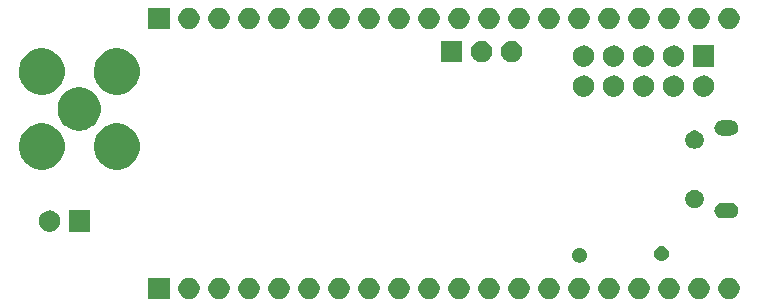
<source format=gbs>
G04 #@! TF.GenerationSoftware,KiCad,Pcbnew,(5.1.5-0)*
G04 #@! TF.CreationDate,2020-02-13T07:59:00-05:00*
G04 #@! TF.ProjectId,bfunc,6266756e-632e-46b6-9963-61645f706362,rev?*
G04 #@! TF.SameCoordinates,Original*
G04 #@! TF.FileFunction,Soldermask,Bot*
G04 #@! TF.FilePolarity,Negative*
%FSLAX46Y46*%
G04 Gerber Fmt 4.6, Leading zero omitted, Abs format (unit mm)*
G04 Created by KiCad (PCBNEW (5.1.5-0)) date 2020-02-13 07:59:00*
%MOMM*%
%LPD*%
G04 APERTURE LIST*
%ADD10C,0.100000*%
G04 APERTURE END LIST*
D10*
G36*
X205853512Y-82923927D02*
G01*
X206002812Y-82953624D01*
X206166784Y-83021544D01*
X206314354Y-83120147D01*
X206439853Y-83245646D01*
X206538456Y-83393216D01*
X206606376Y-83557188D01*
X206641000Y-83731259D01*
X206641000Y-83908741D01*
X206606376Y-84082812D01*
X206538456Y-84246784D01*
X206439853Y-84394354D01*
X206314354Y-84519853D01*
X206166784Y-84618456D01*
X206002812Y-84686376D01*
X205853512Y-84716073D01*
X205828742Y-84721000D01*
X205651258Y-84721000D01*
X205626488Y-84716073D01*
X205477188Y-84686376D01*
X205313216Y-84618456D01*
X205165646Y-84519853D01*
X205040147Y-84394354D01*
X204941544Y-84246784D01*
X204873624Y-84082812D01*
X204839000Y-83908741D01*
X204839000Y-83731259D01*
X204873624Y-83557188D01*
X204941544Y-83393216D01*
X205040147Y-83245646D01*
X205165646Y-83120147D01*
X205313216Y-83021544D01*
X205477188Y-82953624D01*
X205626488Y-82923927D01*
X205651258Y-82919000D01*
X205828742Y-82919000D01*
X205853512Y-82923927D01*
G37*
G36*
X203313512Y-82923927D02*
G01*
X203462812Y-82953624D01*
X203626784Y-83021544D01*
X203774354Y-83120147D01*
X203899853Y-83245646D01*
X203998456Y-83393216D01*
X204066376Y-83557188D01*
X204101000Y-83731259D01*
X204101000Y-83908741D01*
X204066376Y-84082812D01*
X203998456Y-84246784D01*
X203899853Y-84394354D01*
X203774354Y-84519853D01*
X203626784Y-84618456D01*
X203462812Y-84686376D01*
X203313512Y-84716073D01*
X203288742Y-84721000D01*
X203111258Y-84721000D01*
X203086488Y-84716073D01*
X202937188Y-84686376D01*
X202773216Y-84618456D01*
X202625646Y-84519853D01*
X202500147Y-84394354D01*
X202401544Y-84246784D01*
X202333624Y-84082812D01*
X202299000Y-83908741D01*
X202299000Y-83731259D01*
X202333624Y-83557188D01*
X202401544Y-83393216D01*
X202500147Y-83245646D01*
X202625646Y-83120147D01*
X202773216Y-83021544D01*
X202937188Y-82953624D01*
X203086488Y-82923927D01*
X203111258Y-82919000D01*
X203288742Y-82919000D01*
X203313512Y-82923927D01*
G37*
G36*
X200773512Y-82923927D02*
G01*
X200922812Y-82953624D01*
X201086784Y-83021544D01*
X201234354Y-83120147D01*
X201359853Y-83245646D01*
X201458456Y-83393216D01*
X201526376Y-83557188D01*
X201561000Y-83731259D01*
X201561000Y-83908741D01*
X201526376Y-84082812D01*
X201458456Y-84246784D01*
X201359853Y-84394354D01*
X201234354Y-84519853D01*
X201086784Y-84618456D01*
X200922812Y-84686376D01*
X200773512Y-84716073D01*
X200748742Y-84721000D01*
X200571258Y-84721000D01*
X200546488Y-84716073D01*
X200397188Y-84686376D01*
X200233216Y-84618456D01*
X200085646Y-84519853D01*
X199960147Y-84394354D01*
X199861544Y-84246784D01*
X199793624Y-84082812D01*
X199759000Y-83908741D01*
X199759000Y-83731259D01*
X199793624Y-83557188D01*
X199861544Y-83393216D01*
X199960147Y-83245646D01*
X200085646Y-83120147D01*
X200233216Y-83021544D01*
X200397188Y-82953624D01*
X200546488Y-82923927D01*
X200571258Y-82919000D01*
X200748742Y-82919000D01*
X200773512Y-82923927D01*
G37*
G36*
X198233512Y-82923927D02*
G01*
X198382812Y-82953624D01*
X198546784Y-83021544D01*
X198694354Y-83120147D01*
X198819853Y-83245646D01*
X198918456Y-83393216D01*
X198986376Y-83557188D01*
X199021000Y-83731259D01*
X199021000Y-83908741D01*
X198986376Y-84082812D01*
X198918456Y-84246784D01*
X198819853Y-84394354D01*
X198694354Y-84519853D01*
X198546784Y-84618456D01*
X198382812Y-84686376D01*
X198233512Y-84716073D01*
X198208742Y-84721000D01*
X198031258Y-84721000D01*
X198006488Y-84716073D01*
X197857188Y-84686376D01*
X197693216Y-84618456D01*
X197545646Y-84519853D01*
X197420147Y-84394354D01*
X197321544Y-84246784D01*
X197253624Y-84082812D01*
X197219000Y-83908741D01*
X197219000Y-83731259D01*
X197253624Y-83557188D01*
X197321544Y-83393216D01*
X197420147Y-83245646D01*
X197545646Y-83120147D01*
X197693216Y-83021544D01*
X197857188Y-82953624D01*
X198006488Y-82923927D01*
X198031258Y-82919000D01*
X198208742Y-82919000D01*
X198233512Y-82923927D01*
G37*
G36*
X195693512Y-82923927D02*
G01*
X195842812Y-82953624D01*
X196006784Y-83021544D01*
X196154354Y-83120147D01*
X196279853Y-83245646D01*
X196378456Y-83393216D01*
X196446376Y-83557188D01*
X196481000Y-83731259D01*
X196481000Y-83908741D01*
X196446376Y-84082812D01*
X196378456Y-84246784D01*
X196279853Y-84394354D01*
X196154354Y-84519853D01*
X196006784Y-84618456D01*
X195842812Y-84686376D01*
X195693512Y-84716073D01*
X195668742Y-84721000D01*
X195491258Y-84721000D01*
X195466488Y-84716073D01*
X195317188Y-84686376D01*
X195153216Y-84618456D01*
X195005646Y-84519853D01*
X194880147Y-84394354D01*
X194781544Y-84246784D01*
X194713624Y-84082812D01*
X194679000Y-83908741D01*
X194679000Y-83731259D01*
X194713624Y-83557188D01*
X194781544Y-83393216D01*
X194880147Y-83245646D01*
X195005646Y-83120147D01*
X195153216Y-83021544D01*
X195317188Y-82953624D01*
X195466488Y-82923927D01*
X195491258Y-82919000D01*
X195668742Y-82919000D01*
X195693512Y-82923927D01*
G37*
G36*
X193153512Y-82923927D02*
G01*
X193302812Y-82953624D01*
X193466784Y-83021544D01*
X193614354Y-83120147D01*
X193739853Y-83245646D01*
X193838456Y-83393216D01*
X193906376Y-83557188D01*
X193941000Y-83731259D01*
X193941000Y-83908741D01*
X193906376Y-84082812D01*
X193838456Y-84246784D01*
X193739853Y-84394354D01*
X193614354Y-84519853D01*
X193466784Y-84618456D01*
X193302812Y-84686376D01*
X193153512Y-84716073D01*
X193128742Y-84721000D01*
X192951258Y-84721000D01*
X192926488Y-84716073D01*
X192777188Y-84686376D01*
X192613216Y-84618456D01*
X192465646Y-84519853D01*
X192340147Y-84394354D01*
X192241544Y-84246784D01*
X192173624Y-84082812D01*
X192139000Y-83908741D01*
X192139000Y-83731259D01*
X192173624Y-83557188D01*
X192241544Y-83393216D01*
X192340147Y-83245646D01*
X192465646Y-83120147D01*
X192613216Y-83021544D01*
X192777188Y-82953624D01*
X192926488Y-82923927D01*
X192951258Y-82919000D01*
X193128742Y-82919000D01*
X193153512Y-82923927D01*
G37*
G36*
X190613512Y-82923927D02*
G01*
X190762812Y-82953624D01*
X190926784Y-83021544D01*
X191074354Y-83120147D01*
X191199853Y-83245646D01*
X191298456Y-83393216D01*
X191366376Y-83557188D01*
X191401000Y-83731259D01*
X191401000Y-83908741D01*
X191366376Y-84082812D01*
X191298456Y-84246784D01*
X191199853Y-84394354D01*
X191074354Y-84519853D01*
X190926784Y-84618456D01*
X190762812Y-84686376D01*
X190613512Y-84716073D01*
X190588742Y-84721000D01*
X190411258Y-84721000D01*
X190386488Y-84716073D01*
X190237188Y-84686376D01*
X190073216Y-84618456D01*
X189925646Y-84519853D01*
X189800147Y-84394354D01*
X189701544Y-84246784D01*
X189633624Y-84082812D01*
X189599000Y-83908741D01*
X189599000Y-83731259D01*
X189633624Y-83557188D01*
X189701544Y-83393216D01*
X189800147Y-83245646D01*
X189925646Y-83120147D01*
X190073216Y-83021544D01*
X190237188Y-82953624D01*
X190386488Y-82923927D01*
X190411258Y-82919000D01*
X190588742Y-82919000D01*
X190613512Y-82923927D01*
G37*
G36*
X188073512Y-82923927D02*
G01*
X188222812Y-82953624D01*
X188386784Y-83021544D01*
X188534354Y-83120147D01*
X188659853Y-83245646D01*
X188758456Y-83393216D01*
X188826376Y-83557188D01*
X188861000Y-83731259D01*
X188861000Y-83908741D01*
X188826376Y-84082812D01*
X188758456Y-84246784D01*
X188659853Y-84394354D01*
X188534354Y-84519853D01*
X188386784Y-84618456D01*
X188222812Y-84686376D01*
X188073512Y-84716073D01*
X188048742Y-84721000D01*
X187871258Y-84721000D01*
X187846488Y-84716073D01*
X187697188Y-84686376D01*
X187533216Y-84618456D01*
X187385646Y-84519853D01*
X187260147Y-84394354D01*
X187161544Y-84246784D01*
X187093624Y-84082812D01*
X187059000Y-83908741D01*
X187059000Y-83731259D01*
X187093624Y-83557188D01*
X187161544Y-83393216D01*
X187260147Y-83245646D01*
X187385646Y-83120147D01*
X187533216Y-83021544D01*
X187697188Y-82953624D01*
X187846488Y-82923927D01*
X187871258Y-82919000D01*
X188048742Y-82919000D01*
X188073512Y-82923927D01*
G37*
G36*
X185533512Y-82923927D02*
G01*
X185682812Y-82953624D01*
X185846784Y-83021544D01*
X185994354Y-83120147D01*
X186119853Y-83245646D01*
X186218456Y-83393216D01*
X186286376Y-83557188D01*
X186321000Y-83731259D01*
X186321000Y-83908741D01*
X186286376Y-84082812D01*
X186218456Y-84246784D01*
X186119853Y-84394354D01*
X185994354Y-84519853D01*
X185846784Y-84618456D01*
X185682812Y-84686376D01*
X185533512Y-84716073D01*
X185508742Y-84721000D01*
X185331258Y-84721000D01*
X185306488Y-84716073D01*
X185157188Y-84686376D01*
X184993216Y-84618456D01*
X184845646Y-84519853D01*
X184720147Y-84394354D01*
X184621544Y-84246784D01*
X184553624Y-84082812D01*
X184519000Y-83908741D01*
X184519000Y-83731259D01*
X184553624Y-83557188D01*
X184621544Y-83393216D01*
X184720147Y-83245646D01*
X184845646Y-83120147D01*
X184993216Y-83021544D01*
X185157188Y-82953624D01*
X185306488Y-82923927D01*
X185331258Y-82919000D01*
X185508742Y-82919000D01*
X185533512Y-82923927D01*
G37*
G36*
X182993512Y-82923927D02*
G01*
X183142812Y-82953624D01*
X183306784Y-83021544D01*
X183454354Y-83120147D01*
X183579853Y-83245646D01*
X183678456Y-83393216D01*
X183746376Y-83557188D01*
X183781000Y-83731259D01*
X183781000Y-83908741D01*
X183746376Y-84082812D01*
X183678456Y-84246784D01*
X183579853Y-84394354D01*
X183454354Y-84519853D01*
X183306784Y-84618456D01*
X183142812Y-84686376D01*
X182993512Y-84716073D01*
X182968742Y-84721000D01*
X182791258Y-84721000D01*
X182766488Y-84716073D01*
X182617188Y-84686376D01*
X182453216Y-84618456D01*
X182305646Y-84519853D01*
X182180147Y-84394354D01*
X182081544Y-84246784D01*
X182013624Y-84082812D01*
X181979000Y-83908741D01*
X181979000Y-83731259D01*
X182013624Y-83557188D01*
X182081544Y-83393216D01*
X182180147Y-83245646D01*
X182305646Y-83120147D01*
X182453216Y-83021544D01*
X182617188Y-82953624D01*
X182766488Y-82923927D01*
X182791258Y-82919000D01*
X182968742Y-82919000D01*
X182993512Y-82923927D01*
G37*
G36*
X180453512Y-82923927D02*
G01*
X180602812Y-82953624D01*
X180766784Y-83021544D01*
X180914354Y-83120147D01*
X181039853Y-83245646D01*
X181138456Y-83393216D01*
X181206376Y-83557188D01*
X181241000Y-83731259D01*
X181241000Y-83908741D01*
X181206376Y-84082812D01*
X181138456Y-84246784D01*
X181039853Y-84394354D01*
X180914354Y-84519853D01*
X180766784Y-84618456D01*
X180602812Y-84686376D01*
X180453512Y-84716073D01*
X180428742Y-84721000D01*
X180251258Y-84721000D01*
X180226488Y-84716073D01*
X180077188Y-84686376D01*
X179913216Y-84618456D01*
X179765646Y-84519853D01*
X179640147Y-84394354D01*
X179541544Y-84246784D01*
X179473624Y-84082812D01*
X179439000Y-83908741D01*
X179439000Y-83731259D01*
X179473624Y-83557188D01*
X179541544Y-83393216D01*
X179640147Y-83245646D01*
X179765646Y-83120147D01*
X179913216Y-83021544D01*
X180077188Y-82953624D01*
X180226488Y-82923927D01*
X180251258Y-82919000D01*
X180428742Y-82919000D01*
X180453512Y-82923927D01*
G37*
G36*
X177913512Y-82923927D02*
G01*
X178062812Y-82953624D01*
X178226784Y-83021544D01*
X178374354Y-83120147D01*
X178499853Y-83245646D01*
X178598456Y-83393216D01*
X178666376Y-83557188D01*
X178701000Y-83731259D01*
X178701000Y-83908741D01*
X178666376Y-84082812D01*
X178598456Y-84246784D01*
X178499853Y-84394354D01*
X178374354Y-84519853D01*
X178226784Y-84618456D01*
X178062812Y-84686376D01*
X177913512Y-84716073D01*
X177888742Y-84721000D01*
X177711258Y-84721000D01*
X177686488Y-84716073D01*
X177537188Y-84686376D01*
X177373216Y-84618456D01*
X177225646Y-84519853D01*
X177100147Y-84394354D01*
X177001544Y-84246784D01*
X176933624Y-84082812D01*
X176899000Y-83908741D01*
X176899000Y-83731259D01*
X176933624Y-83557188D01*
X177001544Y-83393216D01*
X177100147Y-83245646D01*
X177225646Y-83120147D01*
X177373216Y-83021544D01*
X177537188Y-82953624D01*
X177686488Y-82923927D01*
X177711258Y-82919000D01*
X177888742Y-82919000D01*
X177913512Y-82923927D01*
G37*
G36*
X175373512Y-82923927D02*
G01*
X175522812Y-82953624D01*
X175686784Y-83021544D01*
X175834354Y-83120147D01*
X175959853Y-83245646D01*
X176058456Y-83393216D01*
X176126376Y-83557188D01*
X176161000Y-83731259D01*
X176161000Y-83908741D01*
X176126376Y-84082812D01*
X176058456Y-84246784D01*
X175959853Y-84394354D01*
X175834354Y-84519853D01*
X175686784Y-84618456D01*
X175522812Y-84686376D01*
X175373512Y-84716073D01*
X175348742Y-84721000D01*
X175171258Y-84721000D01*
X175146488Y-84716073D01*
X174997188Y-84686376D01*
X174833216Y-84618456D01*
X174685646Y-84519853D01*
X174560147Y-84394354D01*
X174461544Y-84246784D01*
X174393624Y-84082812D01*
X174359000Y-83908741D01*
X174359000Y-83731259D01*
X174393624Y-83557188D01*
X174461544Y-83393216D01*
X174560147Y-83245646D01*
X174685646Y-83120147D01*
X174833216Y-83021544D01*
X174997188Y-82953624D01*
X175146488Y-82923927D01*
X175171258Y-82919000D01*
X175348742Y-82919000D01*
X175373512Y-82923927D01*
G37*
G36*
X172833512Y-82923927D02*
G01*
X172982812Y-82953624D01*
X173146784Y-83021544D01*
X173294354Y-83120147D01*
X173419853Y-83245646D01*
X173518456Y-83393216D01*
X173586376Y-83557188D01*
X173621000Y-83731259D01*
X173621000Y-83908741D01*
X173586376Y-84082812D01*
X173518456Y-84246784D01*
X173419853Y-84394354D01*
X173294354Y-84519853D01*
X173146784Y-84618456D01*
X172982812Y-84686376D01*
X172833512Y-84716073D01*
X172808742Y-84721000D01*
X172631258Y-84721000D01*
X172606488Y-84716073D01*
X172457188Y-84686376D01*
X172293216Y-84618456D01*
X172145646Y-84519853D01*
X172020147Y-84394354D01*
X171921544Y-84246784D01*
X171853624Y-84082812D01*
X171819000Y-83908741D01*
X171819000Y-83731259D01*
X171853624Y-83557188D01*
X171921544Y-83393216D01*
X172020147Y-83245646D01*
X172145646Y-83120147D01*
X172293216Y-83021544D01*
X172457188Y-82953624D01*
X172606488Y-82923927D01*
X172631258Y-82919000D01*
X172808742Y-82919000D01*
X172833512Y-82923927D01*
G37*
G36*
X170293512Y-82923927D02*
G01*
X170442812Y-82953624D01*
X170606784Y-83021544D01*
X170754354Y-83120147D01*
X170879853Y-83245646D01*
X170978456Y-83393216D01*
X171046376Y-83557188D01*
X171081000Y-83731259D01*
X171081000Y-83908741D01*
X171046376Y-84082812D01*
X170978456Y-84246784D01*
X170879853Y-84394354D01*
X170754354Y-84519853D01*
X170606784Y-84618456D01*
X170442812Y-84686376D01*
X170293512Y-84716073D01*
X170268742Y-84721000D01*
X170091258Y-84721000D01*
X170066488Y-84716073D01*
X169917188Y-84686376D01*
X169753216Y-84618456D01*
X169605646Y-84519853D01*
X169480147Y-84394354D01*
X169381544Y-84246784D01*
X169313624Y-84082812D01*
X169279000Y-83908741D01*
X169279000Y-83731259D01*
X169313624Y-83557188D01*
X169381544Y-83393216D01*
X169480147Y-83245646D01*
X169605646Y-83120147D01*
X169753216Y-83021544D01*
X169917188Y-82953624D01*
X170066488Y-82923927D01*
X170091258Y-82919000D01*
X170268742Y-82919000D01*
X170293512Y-82923927D01*
G37*
G36*
X167753512Y-82923927D02*
G01*
X167902812Y-82953624D01*
X168066784Y-83021544D01*
X168214354Y-83120147D01*
X168339853Y-83245646D01*
X168438456Y-83393216D01*
X168506376Y-83557188D01*
X168541000Y-83731259D01*
X168541000Y-83908741D01*
X168506376Y-84082812D01*
X168438456Y-84246784D01*
X168339853Y-84394354D01*
X168214354Y-84519853D01*
X168066784Y-84618456D01*
X167902812Y-84686376D01*
X167753512Y-84716073D01*
X167728742Y-84721000D01*
X167551258Y-84721000D01*
X167526488Y-84716073D01*
X167377188Y-84686376D01*
X167213216Y-84618456D01*
X167065646Y-84519853D01*
X166940147Y-84394354D01*
X166841544Y-84246784D01*
X166773624Y-84082812D01*
X166739000Y-83908741D01*
X166739000Y-83731259D01*
X166773624Y-83557188D01*
X166841544Y-83393216D01*
X166940147Y-83245646D01*
X167065646Y-83120147D01*
X167213216Y-83021544D01*
X167377188Y-82953624D01*
X167526488Y-82923927D01*
X167551258Y-82919000D01*
X167728742Y-82919000D01*
X167753512Y-82923927D01*
G37*
G36*
X165213512Y-82923927D02*
G01*
X165362812Y-82953624D01*
X165526784Y-83021544D01*
X165674354Y-83120147D01*
X165799853Y-83245646D01*
X165898456Y-83393216D01*
X165966376Y-83557188D01*
X166001000Y-83731259D01*
X166001000Y-83908741D01*
X165966376Y-84082812D01*
X165898456Y-84246784D01*
X165799853Y-84394354D01*
X165674354Y-84519853D01*
X165526784Y-84618456D01*
X165362812Y-84686376D01*
X165213512Y-84716073D01*
X165188742Y-84721000D01*
X165011258Y-84721000D01*
X164986488Y-84716073D01*
X164837188Y-84686376D01*
X164673216Y-84618456D01*
X164525646Y-84519853D01*
X164400147Y-84394354D01*
X164301544Y-84246784D01*
X164233624Y-84082812D01*
X164199000Y-83908741D01*
X164199000Y-83731259D01*
X164233624Y-83557188D01*
X164301544Y-83393216D01*
X164400147Y-83245646D01*
X164525646Y-83120147D01*
X164673216Y-83021544D01*
X164837188Y-82953624D01*
X164986488Y-82923927D01*
X165011258Y-82919000D01*
X165188742Y-82919000D01*
X165213512Y-82923927D01*
G37*
G36*
X162673512Y-82923927D02*
G01*
X162822812Y-82953624D01*
X162986784Y-83021544D01*
X163134354Y-83120147D01*
X163259853Y-83245646D01*
X163358456Y-83393216D01*
X163426376Y-83557188D01*
X163461000Y-83731259D01*
X163461000Y-83908741D01*
X163426376Y-84082812D01*
X163358456Y-84246784D01*
X163259853Y-84394354D01*
X163134354Y-84519853D01*
X162986784Y-84618456D01*
X162822812Y-84686376D01*
X162673512Y-84716073D01*
X162648742Y-84721000D01*
X162471258Y-84721000D01*
X162446488Y-84716073D01*
X162297188Y-84686376D01*
X162133216Y-84618456D01*
X161985646Y-84519853D01*
X161860147Y-84394354D01*
X161761544Y-84246784D01*
X161693624Y-84082812D01*
X161659000Y-83908741D01*
X161659000Y-83731259D01*
X161693624Y-83557188D01*
X161761544Y-83393216D01*
X161860147Y-83245646D01*
X161985646Y-83120147D01*
X162133216Y-83021544D01*
X162297188Y-82953624D01*
X162446488Y-82923927D01*
X162471258Y-82919000D01*
X162648742Y-82919000D01*
X162673512Y-82923927D01*
G37*
G36*
X160133512Y-82923927D02*
G01*
X160282812Y-82953624D01*
X160446784Y-83021544D01*
X160594354Y-83120147D01*
X160719853Y-83245646D01*
X160818456Y-83393216D01*
X160886376Y-83557188D01*
X160921000Y-83731259D01*
X160921000Y-83908741D01*
X160886376Y-84082812D01*
X160818456Y-84246784D01*
X160719853Y-84394354D01*
X160594354Y-84519853D01*
X160446784Y-84618456D01*
X160282812Y-84686376D01*
X160133512Y-84716073D01*
X160108742Y-84721000D01*
X159931258Y-84721000D01*
X159906488Y-84716073D01*
X159757188Y-84686376D01*
X159593216Y-84618456D01*
X159445646Y-84519853D01*
X159320147Y-84394354D01*
X159221544Y-84246784D01*
X159153624Y-84082812D01*
X159119000Y-83908741D01*
X159119000Y-83731259D01*
X159153624Y-83557188D01*
X159221544Y-83393216D01*
X159320147Y-83245646D01*
X159445646Y-83120147D01*
X159593216Y-83021544D01*
X159757188Y-82953624D01*
X159906488Y-82923927D01*
X159931258Y-82919000D01*
X160108742Y-82919000D01*
X160133512Y-82923927D01*
G37*
G36*
X158381000Y-84721000D02*
G01*
X156579000Y-84721000D01*
X156579000Y-82919000D01*
X158381000Y-82919000D01*
X158381000Y-84721000D01*
G37*
G36*
X193202084Y-80392601D02*
G01*
X193262217Y-80404562D01*
X193299979Y-80420204D01*
X193375506Y-80451488D01*
X193477458Y-80519610D01*
X193564170Y-80606322D01*
X193632292Y-80708274D01*
X193679218Y-80821564D01*
X193703140Y-80941828D01*
X193703140Y-81064452D01*
X193679218Y-81184716D01*
X193632292Y-81298006D01*
X193564170Y-81399958D01*
X193477458Y-81486670D01*
X193375506Y-81554792D01*
X193299979Y-81586076D01*
X193262217Y-81601718D01*
X193202084Y-81613679D01*
X193141952Y-81625640D01*
X193019328Y-81625640D01*
X192959196Y-81613679D01*
X192899063Y-81601718D01*
X192861301Y-81586076D01*
X192785774Y-81554792D01*
X192683822Y-81486670D01*
X192597110Y-81399958D01*
X192528988Y-81298006D01*
X192482062Y-81184716D01*
X192458140Y-81064452D01*
X192458140Y-80941828D01*
X192482062Y-80821564D01*
X192528988Y-80708274D01*
X192597110Y-80606322D01*
X192683822Y-80519610D01*
X192785774Y-80451488D01*
X192861301Y-80420204D01*
X192899063Y-80404562D01*
X192959196Y-80392601D01*
X193019328Y-80380640D01*
X193141952Y-80380640D01*
X193202084Y-80392601D01*
G37*
G36*
X200146444Y-80250361D02*
G01*
X200206577Y-80262322D01*
X200244339Y-80277964D01*
X200319866Y-80309248D01*
X200421818Y-80377370D01*
X200508530Y-80464082D01*
X200576652Y-80566034D01*
X200623578Y-80679324D01*
X200647500Y-80799588D01*
X200647500Y-80922212D01*
X200623578Y-81042476D01*
X200576652Y-81155766D01*
X200508530Y-81257718D01*
X200421818Y-81344430D01*
X200319866Y-81412552D01*
X200244339Y-81443836D01*
X200206577Y-81459478D01*
X200146444Y-81471439D01*
X200086312Y-81483400D01*
X199963688Y-81483400D01*
X199903556Y-81471439D01*
X199843423Y-81459478D01*
X199805661Y-81443836D01*
X199730134Y-81412552D01*
X199628182Y-81344430D01*
X199541470Y-81257718D01*
X199473348Y-81155766D01*
X199426422Y-81042476D01*
X199402500Y-80922212D01*
X199402500Y-80799588D01*
X199426422Y-80679324D01*
X199473348Y-80566034D01*
X199541470Y-80464082D01*
X199628182Y-80377370D01*
X199730134Y-80309248D01*
X199805661Y-80277964D01*
X199843423Y-80262322D01*
X199903556Y-80250361D01*
X199963688Y-80238400D01*
X200086312Y-80238400D01*
X200146444Y-80250361D01*
G37*
G36*
X151650000Y-79018700D02*
G01*
X149848000Y-79018700D01*
X149848000Y-77216700D01*
X151650000Y-77216700D01*
X151650000Y-79018700D01*
G37*
G36*
X148322512Y-77221627D02*
G01*
X148471812Y-77251324D01*
X148635784Y-77319244D01*
X148783354Y-77417847D01*
X148908853Y-77543346D01*
X149007456Y-77690916D01*
X149075376Y-77854888D01*
X149110000Y-78028959D01*
X149110000Y-78206441D01*
X149075376Y-78380512D01*
X149007456Y-78544484D01*
X148908853Y-78692054D01*
X148783354Y-78817553D01*
X148635784Y-78916156D01*
X148471812Y-78984076D01*
X148322512Y-79013773D01*
X148297742Y-79018700D01*
X148120258Y-79018700D01*
X148095488Y-79013773D01*
X147946188Y-78984076D01*
X147782216Y-78916156D01*
X147634646Y-78817553D01*
X147509147Y-78692054D01*
X147410544Y-78544484D01*
X147342624Y-78380512D01*
X147308000Y-78206441D01*
X147308000Y-78028959D01*
X147342624Y-77854888D01*
X147410544Y-77690916D01*
X147509147Y-77543346D01*
X147634646Y-77417847D01*
X147782216Y-77319244D01*
X147946188Y-77251324D01*
X148095488Y-77221627D01*
X148120258Y-77216700D01*
X148297742Y-77216700D01*
X148322512Y-77221627D01*
G37*
G36*
X205925255Y-76573780D02*
G01*
X205989018Y-76580060D01*
X206079804Y-76607600D01*
X206111736Y-76617286D01*
X206224825Y-76677734D01*
X206323954Y-76759086D01*
X206405306Y-76858215D01*
X206465754Y-76971304D01*
X206465755Y-76971308D01*
X206502980Y-77094022D01*
X206515549Y-77221640D01*
X206502980Y-77349258D01*
X206482174Y-77417847D01*
X206465754Y-77471976D01*
X206405306Y-77585065D01*
X206323954Y-77684194D01*
X206224825Y-77765546D01*
X206111736Y-77825994D01*
X206079804Y-77835680D01*
X205989018Y-77863220D01*
X205925255Y-77869500D01*
X205893374Y-77872640D01*
X205129426Y-77872640D01*
X205097545Y-77869500D01*
X205033782Y-77863220D01*
X204942996Y-77835680D01*
X204911064Y-77825994D01*
X204797975Y-77765546D01*
X204698846Y-77684194D01*
X204617494Y-77585065D01*
X204557046Y-77471976D01*
X204540626Y-77417847D01*
X204519820Y-77349258D01*
X204507251Y-77221640D01*
X204519820Y-77094022D01*
X204557045Y-76971308D01*
X204557046Y-76971304D01*
X204617494Y-76858215D01*
X204698846Y-76759086D01*
X204797975Y-76677734D01*
X204911064Y-76617286D01*
X204942996Y-76607600D01*
X205033782Y-76580060D01*
X205097545Y-76573780D01*
X205129426Y-76570640D01*
X205893374Y-76570640D01*
X205925255Y-76573780D01*
G37*
G36*
X203037748Y-75475460D02*
G01*
X203037750Y-75475461D01*
X203037751Y-75475461D01*
X203178974Y-75533957D01*
X203178977Y-75533959D01*
X203306069Y-75618879D01*
X203414161Y-75726971D01*
X203499081Y-75854063D01*
X203499083Y-75854066D01*
X203557579Y-75995289D01*
X203587400Y-76145211D01*
X203587400Y-76298069D01*
X203557579Y-76447991D01*
X203499083Y-76589214D01*
X203499081Y-76589217D01*
X203414161Y-76716309D01*
X203306069Y-76824401D01*
X203178977Y-76909321D01*
X203178974Y-76909323D01*
X203037751Y-76967819D01*
X203037750Y-76967819D01*
X203037748Y-76967820D01*
X202887831Y-76997640D01*
X202734969Y-76997640D01*
X202585052Y-76967820D01*
X202585050Y-76967819D01*
X202585049Y-76967819D01*
X202443826Y-76909323D01*
X202443823Y-76909321D01*
X202316731Y-76824401D01*
X202208639Y-76716309D01*
X202123719Y-76589217D01*
X202123717Y-76589214D01*
X202065221Y-76447991D01*
X202035400Y-76298069D01*
X202035400Y-76145211D01*
X202065221Y-75995289D01*
X202123717Y-75854066D01*
X202123719Y-75854063D01*
X202208639Y-75726971D01*
X202316731Y-75618879D01*
X202443823Y-75533959D01*
X202443826Y-75533957D01*
X202585049Y-75475461D01*
X202585050Y-75475461D01*
X202585052Y-75475460D01*
X202734969Y-75445640D01*
X202887831Y-75445640D01*
X203037748Y-75475460D01*
G37*
G36*
X147993179Y-69899912D02*
G01*
X148119144Y-69924968D01*
X148231008Y-69971304D01*
X148475112Y-70072415D01*
X148475113Y-70072416D01*
X148795477Y-70286476D01*
X149067924Y-70558923D01*
X149180210Y-70726971D01*
X149281985Y-70879288D01*
X149429432Y-71235257D01*
X149504600Y-71613149D01*
X149504600Y-71998451D01*
X149429432Y-72376343D01*
X149281985Y-72732312D01*
X149281984Y-72732313D01*
X149067924Y-73052677D01*
X148795477Y-73325124D01*
X148581416Y-73468155D01*
X148475112Y-73539185D01*
X148266591Y-73625557D01*
X148119144Y-73686632D01*
X147993179Y-73711688D01*
X147741251Y-73761800D01*
X147355949Y-73761800D01*
X147104021Y-73711688D01*
X146978056Y-73686632D01*
X146830609Y-73625557D01*
X146622088Y-73539185D01*
X146515784Y-73468155D01*
X146301723Y-73325124D01*
X146029276Y-73052677D01*
X145815216Y-72732313D01*
X145815215Y-72732312D01*
X145667768Y-72376343D01*
X145592600Y-71998451D01*
X145592600Y-71613149D01*
X145667768Y-71235257D01*
X145815215Y-70879288D01*
X145916990Y-70726971D01*
X146029276Y-70558923D01*
X146301723Y-70286476D01*
X146622087Y-70072416D01*
X146622088Y-70072415D01*
X146866192Y-69971304D01*
X146978056Y-69924968D01*
X147104021Y-69899912D01*
X147355949Y-69849800D01*
X147741251Y-69849800D01*
X147993179Y-69899912D01*
G37*
G36*
X154343179Y-69899912D02*
G01*
X154469144Y-69924968D01*
X154581008Y-69971304D01*
X154825112Y-70072415D01*
X154825113Y-70072416D01*
X155145477Y-70286476D01*
X155417924Y-70558923D01*
X155530210Y-70726971D01*
X155631985Y-70879288D01*
X155779432Y-71235257D01*
X155854600Y-71613149D01*
X155854600Y-71998451D01*
X155779432Y-72376343D01*
X155631985Y-72732312D01*
X155631984Y-72732313D01*
X155417924Y-73052677D01*
X155145477Y-73325124D01*
X154931416Y-73468155D01*
X154825112Y-73539185D01*
X154616591Y-73625557D01*
X154469144Y-73686632D01*
X154343179Y-73711688D01*
X154091251Y-73761800D01*
X153705949Y-73761800D01*
X153454021Y-73711688D01*
X153328056Y-73686632D01*
X153180609Y-73625557D01*
X152972088Y-73539185D01*
X152865784Y-73468155D01*
X152651723Y-73325124D01*
X152379276Y-73052677D01*
X152165216Y-72732313D01*
X152165215Y-72732312D01*
X152017768Y-72376343D01*
X151942600Y-71998451D01*
X151942600Y-71613149D01*
X152017768Y-71235257D01*
X152165215Y-70879288D01*
X152266990Y-70726971D01*
X152379276Y-70558923D01*
X152651723Y-70286476D01*
X152972087Y-70072416D01*
X152972088Y-70072415D01*
X153216192Y-69971304D01*
X153328056Y-69924968D01*
X153454021Y-69899912D01*
X153705949Y-69849800D01*
X154091251Y-69849800D01*
X154343179Y-69899912D01*
G37*
G36*
X203037748Y-70475460D02*
G01*
X203037750Y-70475461D01*
X203037751Y-70475461D01*
X203178974Y-70533957D01*
X203178977Y-70533959D01*
X203306069Y-70618879D01*
X203414161Y-70726971D01*
X203499081Y-70854063D01*
X203499083Y-70854066D01*
X203557579Y-70995289D01*
X203587400Y-71145211D01*
X203587400Y-71298069D01*
X203557579Y-71447991D01*
X203499083Y-71589214D01*
X203499081Y-71589217D01*
X203414161Y-71716309D01*
X203306069Y-71824401D01*
X203178977Y-71909321D01*
X203178974Y-71909323D01*
X203037751Y-71967819D01*
X203037750Y-71967819D01*
X203037748Y-71967820D01*
X202887831Y-71997640D01*
X202734969Y-71997640D01*
X202585052Y-71967820D01*
X202585050Y-71967819D01*
X202585049Y-71967819D01*
X202443826Y-71909323D01*
X202443823Y-71909321D01*
X202316731Y-71824401D01*
X202208639Y-71716309D01*
X202123719Y-71589217D01*
X202123717Y-71589214D01*
X202065221Y-71447991D01*
X202035400Y-71298069D01*
X202035400Y-71145211D01*
X202065221Y-70995289D01*
X202123717Y-70854066D01*
X202123719Y-70854063D01*
X202208639Y-70726971D01*
X202316731Y-70618879D01*
X202443823Y-70533959D01*
X202443826Y-70533957D01*
X202585049Y-70475461D01*
X202585050Y-70475461D01*
X202585052Y-70475460D01*
X202734969Y-70445640D01*
X202887831Y-70445640D01*
X203037748Y-70475460D01*
G37*
G36*
X205925255Y-69573780D02*
G01*
X205989018Y-69580060D01*
X206079804Y-69607600D01*
X206111736Y-69617286D01*
X206224825Y-69677734D01*
X206323954Y-69759086D01*
X206405306Y-69858215D01*
X206465754Y-69971304D01*
X206465755Y-69971308D01*
X206502980Y-70094022D01*
X206515549Y-70221640D01*
X206502980Y-70349258D01*
X206475440Y-70440044D01*
X206465754Y-70471976D01*
X206405306Y-70585065D01*
X206323954Y-70684194D01*
X206224825Y-70765546D01*
X206111736Y-70825994D01*
X206079804Y-70835680D01*
X205989018Y-70863220D01*
X205925255Y-70869500D01*
X205893374Y-70872640D01*
X205129426Y-70872640D01*
X205097545Y-70869500D01*
X205033782Y-70863220D01*
X204942996Y-70835680D01*
X204911064Y-70825994D01*
X204797975Y-70765546D01*
X204698846Y-70684194D01*
X204617494Y-70585065D01*
X204557046Y-70471976D01*
X204547360Y-70440044D01*
X204519820Y-70349258D01*
X204507251Y-70221640D01*
X204519820Y-70094022D01*
X204557045Y-69971308D01*
X204557046Y-69971304D01*
X204617494Y-69858215D01*
X204698846Y-69759086D01*
X204797975Y-69677734D01*
X204911064Y-69617286D01*
X204942996Y-69607600D01*
X205033782Y-69580060D01*
X205097545Y-69573780D01*
X205129426Y-69570640D01*
X205893374Y-69570640D01*
X205925255Y-69573780D01*
G37*
G36*
X151080420Y-66836943D02*
G01*
X151257100Y-66872087D01*
X151394973Y-66929196D01*
X151589955Y-67009960D01*
X151589956Y-67009961D01*
X151889520Y-67210123D01*
X152144277Y-67464880D01*
X152144278Y-67464882D01*
X152344440Y-67764445D01*
X152482313Y-68097301D01*
X152552600Y-68450658D01*
X152552600Y-68810942D01*
X152482313Y-69164299D01*
X152344440Y-69497155D01*
X152264171Y-69617286D01*
X152144277Y-69796720D01*
X151889520Y-70051477D01*
X151825847Y-70094022D01*
X151589955Y-70251640D01*
X151394973Y-70332404D01*
X151257100Y-70389513D01*
X151080421Y-70424656D01*
X150903742Y-70459800D01*
X150543458Y-70459800D01*
X150366779Y-70424656D01*
X150190100Y-70389513D01*
X150052227Y-70332404D01*
X149857245Y-70251640D01*
X149621353Y-70094022D01*
X149557680Y-70051477D01*
X149302923Y-69796720D01*
X149183029Y-69617286D01*
X149102760Y-69497155D01*
X148964887Y-69164299D01*
X148894600Y-68810942D01*
X148894600Y-68450658D01*
X148964887Y-68097301D01*
X149102760Y-67764445D01*
X149302922Y-67464882D01*
X149302923Y-67464880D01*
X149557680Y-67210123D01*
X149857244Y-67009961D01*
X149857245Y-67009960D01*
X150052227Y-66929196D01*
X150190100Y-66872087D01*
X150366780Y-66836943D01*
X150543458Y-66801800D01*
X150903742Y-66801800D01*
X151080420Y-66836943D01*
G37*
G36*
X193547212Y-65791627D02*
G01*
X193696512Y-65821324D01*
X193860484Y-65889244D01*
X194008054Y-65987847D01*
X194133553Y-66113346D01*
X194232156Y-66260916D01*
X194300076Y-66424888D01*
X194334700Y-66598959D01*
X194334700Y-66776441D01*
X194300076Y-66950512D01*
X194232156Y-67114484D01*
X194133553Y-67262054D01*
X194008054Y-67387553D01*
X193860484Y-67486156D01*
X193696512Y-67554076D01*
X193547212Y-67583773D01*
X193522442Y-67588700D01*
X193344958Y-67588700D01*
X193320188Y-67583773D01*
X193170888Y-67554076D01*
X193006916Y-67486156D01*
X192859346Y-67387553D01*
X192733847Y-67262054D01*
X192635244Y-67114484D01*
X192567324Y-66950512D01*
X192532700Y-66776441D01*
X192532700Y-66598959D01*
X192567324Y-66424888D01*
X192635244Y-66260916D01*
X192733847Y-66113346D01*
X192859346Y-65987847D01*
X193006916Y-65889244D01*
X193170888Y-65821324D01*
X193320188Y-65791627D01*
X193344958Y-65786700D01*
X193522442Y-65786700D01*
X193547212Y-65791627D01*
G37*
G36*
X196087212Y-65791627D02*
G01*
X196236512Y-65821324D01*
X196400484Y-65889244D01*
X196548054Y-65987847D01*
X196673553Y-66113346D01*
X196772156Y-66260916D01*
X196840076Y-66424888D01*
X196874700Y-66598959D01*
X196874700Y-66776441D01*
X196840076Y-66950512D01*
X196772156Y-67114484D01*
X196673553Y-67262054D01*
X196548054Y-67387553D01*
X196400484Y-67486156D01*
X196236512Y-67554076D01*
X196087212Y-67583773D01*
X196062442Y-67588700D01*
X195884958Y-67588700D01*
X195860188Y-67583773D01*
X195710888Y-67554076D01*
X195546916Y-67486156D01*
X195399346Y-67387553D01*
X195273847Y-67262054D01*
X195175244Y-67114484D01*
X195107324Y-66950512D01*
X195072700Y-66776441D01*
X195072700Y-66598959D01*
X195107324Y-66424888D01*
X195175244Y-66260916D01*
X195273847Y-66113346D01*
X195399346Y-65987847D01*
X195546916Y-65889244D01*
X195710888Y-65821324D01*
X195860188Y-65791627D01*
X195884958Y-65786700D01*
X196062442Y-65786700D01*
X196087212Y-65791627D01*
G37*
G36*
X198627212Y-65791627D02*
G01*
X198776512Y-65821324D01*
X198940484Y-65889244D01*
X199088054Y-65987847D01*
X199213553Y-66113346D01*
X199312156Y-66260916D01*
X199380076Y-66424888D01*
X199414700Y-66598959D01*
X199414700Y-66776441D01*
X199380076Y-66950512D01*
X199312156Y-67114484D01*
X199213553Y-67262054D01*
X199088054Y-67387553D01*
X198940484Y-67486156D01*
X198776512Y-67554076D01*
X198627212Y-67583773D01*
X198602442Y-67588700D01*
X198424958Y-67588700D01*
X198400188Y-67583773D01*
X198250888Y-67554076D01*
X198086916Y-67486156D01*
X197939346Y-67387553D01*
X197813847Y-67262054D01*
X197715244Y-67114484D01*
X197647324Y-66950512D01*
X197612700Y-66776441D01*
X197612700Y-66598959D01*
X197647324Y-66424888D01*
X197715244Y-66260916D01*
X197813847Y-66113346D01*
X197939346Y-65987847D01*
X198086916Y-65889244D01*
X198250888Y-65821324D01*
X198400188Y-65791627D01*
X198424958Y-65786700D01*
X198602442Y-65786700D01*
X198627212Y-65791627D01*
G37*
G36*
X201167212Y-65791627D02*
G01*
X201316512Y-65821324D01*
X201480484Y-65889244D01*
X201628054Y-65987847D01*
X201753553Y-66113346D01*
X201852156Y-66260916D01*
X201920076Y-66424888D01*
X201954700Y-66598959D01*
X201954700Y-66776441D01*
X201920076Y-66950512D01*
X201852156Y-67114484D01*
X201753553Y-67262054D01*
X201628054Y-67387553D01*
X201480484Y-67486156D01*
X201316512Y-67554076D01*
X201167212Y-67583773D01*
X201142442Y-67588700D01*
X200964958Y-67588700D01*
X200940188Y-67583773D01*
X200790888Y-67554076D01*
X200626916Y-67486156D01*
X200479346Y-67387553D01*
X200353847Y-67262054D01*
X200255244Y-67114484D01*
X200187324Y-66950512D01*
X200152700Y-66776441D01*
X200152700Y-66598959D01*
X200187324Y-66424888D01*
X200255244Y-66260916D01*
X200353847Y-66113346D01*
X200479346Y-65987847D01*
X200626916Y-65889244D01*
X200790888Y-65821324D01*
X200940188Y-65791627D01*
X200964958Y-65786700D01*
X201142442Y-65786700D01*
X201167212Y-65791627D01*
G37*
G36*
X203707212Y-65791627D02*
G01*
X203856512Y-65821324D01*
X204020484Y-65889244D01*
X204168054Y-65987847D01*
X204293553Y-66113346D01*
X204392156Y-66260916D01*
X204460076Y-66424888D01*
X204494700Y-66598959D01*
X204494700Y-66776441D01*
X204460076Y-66950512D01*
X204392156Y-67114484D01*
X204293553Y-67262054D01*
X204168054Y-67387553D01*
X204020484Y-67486156D01*
X203856512Y-67554076D01*
X203707212Y-67583773D01*
X203682442Y-67588700D01*
X203504958Y-67588700D01*
X203480188Y-67583773D01*
X203330888Y-67554076D01*
X203166916Y-67486156D01*
X203019346Y-67387553D01*
X202893847Y-67262054D01*
X202795244Y-67114484D01*
X202727324Y-66950512D01*
X202692700Y-66776441D01*
X202692700Y-66598959D01*
X202727324Y-66424888D01*
X202795244Y-66260916D01*
X202893847Y-66113346D01*
X203019346Y-65987847D01*
X203166916Y-65889244D01*
X203330888Y-65821324D01*
X203480188Y-65791627D01*
X203504958Y-65786700D01*
X203682442Y-65786700D01*
X203707212Y-65791627D01*
G37*
G36*
X147993179Y-63549912D02*
G01*
X148119144Y-63574968D01*
X148266591Y-63636043D01*
X148475112Y-63722415D01*
X148475113Y-63722416D01*
X148795477Y-63936476D01*
X149067924Y-64208923D01*
X149147724Y-64328353D01*
X149281985Y-64529288D01*
X149361831Y-64722053D01*
X149429432Y-64885256D01*
X149504600Y-65263151D01*
X149504600Y-65648449D01*
X149437090Y-65987847D01*
X149429432Y-66026343D01*
X149281985Y-66382312D01*
X149253536Y-66424889D01*
X149067924Y-66702677D01*
X148795477Y-66975124D01*
X148586913Y-67114482D01*
X148475112Y-67189185D01*
X148299193Y-67262053D01*
X148119144Y-67336632D01*
X147993179Y-67361688D01*
X147741251Y-67411800D01*
X147355949Y-67411800D01*
X147104021Y-67361688D01*
X146978056Y-67336632D01*
X146798007Y-67262053D01*
X146622088Y-67189185D01*
X146510287Y-67114482D01*
X146301723Y-66975124D01*
X146029276Y-66702677D01*
X145843664Y-66424889D01*
X145815215Y-66382312D01*
X145667768Y-66026343D01*
X145660111Y-65987847D01*
X145592600Y-65648449D01*
X145592600Y-65263151D01*
X145667768Y-64885256D01*
X145735369Y-64722053D01*
X145815215Y-64529288D01*
X145949476Y-64328353D01*
X146029276Y-64208923D01*
X146301723Y-63936476D01*
X146622087Y-63722416D01*
X146622088Y-63722415D01*
X146830609Y-63636043D01*
X146978056Y-63574968D01*
X147104021Y-63549912D01*
X147355949Y-63499800D01*
X147741251Y-63499800D01*
X147993179Y-63549912D01*
G37*
G36*
X154343179Y-63549912D02*
G01*
X154469144Y-63574968D01*
X154616591Y-63636043D01*
X154825112Y-63722415D01*
X154825113Y-63722416D01*
X155145477Y-63936476D01*
X155417924Y-64208923D01*
X155497724Y-64328353D01*
X155631985Y-64529288D01*
X155711831Y-64722053D01*
X155779432Y-64885256D01*
X155854600Y-65263151D01*
X155854600Y-65648449D01*
X155787090Y-65987847D01*
X155779432Y-66026343D01*
X155631985Y-66382312D01*
X155603536Y-66424889D01*
X155417924Y-66702677D01*
X155145477Y-66975124D01*
X154936913Y-67114482D01*
X154825112Y-67189185D01*
X154649193Y-67262053D01*
X154469144Y-67336632D01*
X154343179Y-67361688D01*
X154091251Y-67411800D01*
X153705949Y-67411800D01*
X153454021Y-67361688D01*
X153328056Y-67336632D01*
X153148007Y-67262053D01*
X152972088Y-67189185D01*
X152860287Y-67114482D01*
X152651723Y-66975124D01*
X152379276Y-66702677D01*
X152193664Y-66424889D01*
X152165215Y-66382312D01*
X152017768Y-66026343D01*
X152010111Y-65987847D01*
X151942600Y-65648449D01*
X151942600Y-65263151D01*
X152017768Y-64885256D01*
X152085369Y-64722053D01*
X152165215Y-64529288D01*
X152299476Y-64328353D01*
X152379276Y-64208923D01*
X152651723Y-63936476D01*
X152972087Y-63722416D01*
X152972088Y-63722415D01*
X153180609Y-63636043D01*
X153328056Y-63574968D01*
X153454021Y-63549912D01*
X153705949Y-63499800D01*
X154091251Y-63499800D01*
X154343179Y-63549912D01*
G37*
G36*
X193547212Y-63251627D02*
G01*
X193696512Y-63281324D01*
X193860484Y-63349244D01*
X194008054Y-63447847D01*
X194133553Y-63573346D01*
X194232156Y-63720916D01*
X194300076Y-63884888D01*
X194334700Y-64058959D01*
X194334700Y-64236441D01*
X194300076Y-64410512D01*
X194232156Y-64574484D01*
X194133553Y-64722054D01*
X194008054Y-64847553D01*
X193860484Y-64946156D01*
X193696512Y-65014076D01*
X193547212Y-65043773D01*
X193522442Y-65048700D01*
X193344958Y-65048700D01*
X193320188Y-65043773D01*
X193170888Y-65014076D01*
X193006916Y-64946156D01*
X192859346Y-64847553D01*
X192733847Y-64722054D01*
X192635244Y-64574484D01*
X192567324Y-64410512D01*
X192532700Y-64236441D01*
X192532700Y-64058959D01*
X192567324Y-63884888D01*
X192635244Y-63720916D01*
X192733847Y-63573346D01*
X192859346Y-63447847D01*
X193006916Y-63349244D01*
X193170888Y-63281324D01*
X193320188Y-63251627D01*
X193344958Y-63246700D01*
X193522442Y-63246700D01*
X193547212Y-63251627D01*
G37*
G36*
X196087212Y-63251627D02*
G01*
X196236512Y-63281324D01*
X196400484Y-63349244D01*
X196548054Y-63447847D01*
X196673553Y-63573346D01*
X196772156Y-63720916D01*
X196840076Y-63884888D01*
X196874700Y-64058959D01*
X196874700Y-64236441D01*
X196840076Y-64410512D01*
X196772156Y-64574484D01*
X196673553Y-64722054D01*
X196548054Y-64847553D01*
X196400484Y-64946156D01*
X196236512Y-65014076D01*
X196087212Y-65043773D01*
X196062442Y-65048700D01*
X195884958Y-65048700D01*
X195860188Y-65043773D01*
X195710888Y-65014076D01*
X195546916Y-64946156D01*
X195399346Y-64847553D01*
X195273847Y-64722054D01*
X195175244Y-64574484D01*
X195107324Y-64410512D01*
X195072700Y-64236441D01*
X195072700Y-64058959D01*
X195107324Y-63884888D01*
X195175244Y-63720916D01*
X195273847Y-63573346D01*
X195399346Y-63447847D01*
X195546916Y-63349244D01*
X195710888Y-63281324D01*
X195860188Y-63251627D01*
X195884958Y-63246700D01*
X196062442Y-63246700D01*
X196087212Y-63251627D01*
G37*
G36*
X198627212Y-63251627D02*
G01*
X198776512Y-63281324D01*
X198940484Y-63349244D01*
X199088054Y-63447847D01*
X199213553Y-63573346D01*
X199312156Y-63720916D01*
X199380076Y-63884888D01*
X199414700Y-64058959D01*
X199414700Y-64236441D01*
X199380076Y-64410512D01*
X199312156Y-64574484D01*
X199213553Y-64722054D01*
X199088054Y-64847553D01*
X198940484Y-64946156D01*
X198776512Y-65014076D01*
X198627212Y-65043773D01*
X198602442Y-65048700D01*
X198424958Y-65048700D01*
X198400188Y-65043773D01*
X198250888Y-65014076D01*
X198086916Y-64946156D01*
X197939346Y-64847553D01*
X197813847Y-64722054D01*
X197715244Y-64574484D01*
X197647324Y-64410512D01*
X197612700Y-64236441D01*
X197612700Y-64058959D01*
X197647324Y-63884888D01*
X197715244Y-63720916D01*
X197813847Y-63573346D01*
X197939346Y-63447847D01*
X198086916Y-63349244D01*
X198250888Y-63281324D01*
X198400188Y-63251627D01*
X198424958Y-63246700D01*
X198602442Y-63246700D01*
X198627212Y-63251627D01*
G37*
G36*
X201167212Y-63251627D02*
G01*
X201316512Y-63281324D01*
X201480484Y-63349244D01*
X201628054Y-63447847D01*
X201753553Y-63573346D01*
X201852156Y-63720916D01*
X201920076Y-63884888D01*
X201954700Y-64058959D01*
X201954700Y-64236441D01*
X201920076Y-64410512D01*
X201852156Y-64574484D01*
X201753553Y-64722054D01*
X201628054Y-64847553D01*
X201480484Y-64946156D01*
X201316512Y-65014076D01*
X201167212Y-65043773D01*
X201142442Y-65048700D01*
X200964958Y-65048700D01*
X200940188Y-65043773D01*
X200790888Y-65014076D01*
X200626916Y-64946156D01*
X200479346Y-64847553D01*
X200353847Y-64722054D01*
X200255244Y-64574484D01*
X200187324Y-64410512D01*
X200152700Y-64236441D01*
X200152700Y-64058959D01*
X200187324Y-63884888D01*
X200255244Y-63720916D01*
X200353847Y-63573346D01*
X200479346Y-63447847D01*
X200626916Y-63349244D01*
X200790888Y-63281324D01*
X200940188Y-63251627D01*
X200964958Y-63246700D01*
X201142442Y-63246700D01*
X201167212Y-63251627D01*
G37*
G36*
X204494700Y-65048700D02*
G01*
X202692700Y-65048700D01*
X202692700Y-63246700D01*
X204494700Y-63246700D01*
X204494700Y-65048700D01*
G37*
G36*
X187438512Y-62857927D02*
G01*
X187587812Y-62887624D01*
X187751784Y-62955544D01*
X187899354Y-63054147D01*
X188024853Y-63179646D01*
X188123456Y-63327216D01*
X188191376Y-63491188D01*
X188226000Y-63665259D01*
X188226000Y-63842741D01*
X188191376Y-64016812D01*
X188123456Y-64180784D01*
X188024853Y-64328354D01*
X187899354Y-64453853D01*
X187751784Y-64552456D01*
X187587812Y-64620376D01*
X187438512Y-64650073D01*
X187413742Y-64655000D01*
X187236258Y-64655000D01*
X187211488Y-64650073D01*
X187062188Y-64620376D01*
X186898216Y-64552456D01*
X186750646Y-64453853D01*
X186625147Y-64328354D01*
X186526544Y-64180784D01*
X186458624Y-64016812D01*
X186424000Y-63842741D01*
X186424000Y-63665259D01*
X186458624Y-63491188D01*
X186526544Y-63327216D01*
X186625147Y-63179646D01*
X186750646Y-63054147D01*
X186898216Y-62955544D01*
X187062188Y-62887624D01*
X187211488Y-62857927D01*
X187236258Y-62853000D01*
X187413742Y-62853000D01*
X187438512Y-62857927D01*
G37*
G36*
X183146000Y-64655000D02*
G01*
X181344000Y-64655000D01*
X181344000Y-62853000D01*
X183146000Y-62853000D01*
X183146000Y-64655000D01*
G37*
G36*
X184898512Y-62857927D02*
G01*
X185047812Y-62887624D01*
X185211784Y-62955544D01*
X185359354Y-63054147D01*
X185484853Y-63179646D01*
X185583456Y-63327216D01*
X185651376Y-63491188D01*
X185686000Y-63665259D01*
X185686000Y-63842741D01*
X185651376Y-64016812D01*
X185583456Y-64180784D01*
X185484853Y-64328354D01*
X185359354Y-64453853D01*
X185211784Y-64552456D01*
X185047812Y-64620376D01*
X184898512Y-64650073D01*
X184873742Y-64655000D01*
X184696258Y-64655000D01*
X184671488Y-64650073D01*
X184522188Y-64620376D01*
X184358216Y-64552456D01*
X184210646Y-64453853D01*
X184085147Y-64328354D01*
X183986544Y-64180784D01*
X183918624Y-64016812D01*
X183884000Y-63842741D01*
X183884000Y-63665259D01*
X183918624Y-63491188D01*
X183986544Y-63327216D01*
X184085147Y-63179646D01*
X184210646Y-63054147D01*
X184358216Y-62955544D01*
X184522188Y-62887624D01*
X184671488Y-62857927D01*
X184696258Y-62853000D01*
X184873742Y-62853000D01*
X184898512Y-62857927D01*
G37*
G36*
X205853512Y-60063927D02*
G01*
X206002812Y-60093624D01*
X206166784Y-60161544D01*
X206314354Y-60260147D01*
X206439853Y-60385646D01*
X206538456Y-60533216D01*
X206606376Y-60697188D01*
X206641000Y-60871259D01*
X206641000Y-61048741D01*
X206606376Y-61222812D01*
X206538456Y-61386784D01*
X206439853Y-61534354D01*
X206314354Y-61659853D01*
X206166784Y-61758456D01*
X206002812Y-61826376D01*
X205853512Y-61856073D01*
X205828742Y-61861000D01*
X205651258Y-61861000D01*
X205626488Y-61856073D01*
X205477188Y-61826376D01*
X205313216Y-61758456D01*
X205165646Y-61659853D01*
X205040147Y-61534354D01*
X204941544Y-61386784D01*
X204873624Y-61222812D01*
X204839000Y-61048741D01*
X204839000Y-60871259D01*
X204873624Y-60697188D01*
X204941544Y-60533216D01*
X205040147Y-60385646D01*
X205165646Y-60260147D01*
X205313216Y-60161544D01*
X205477188Y-60093624D01*
X205626488Y-60063927D01*
X205651258Y-60059000D01*
X205828742Y-60059000D01*
X205853512Y-60063927D01*
G37*
G36*
X203313512Y-60063927D02*
G01*
X203462812Y-60093624D01*
X203626784Y-60161544D01*
X203774354Y-60260147D01*
X203899853Y-60385646D01*
X203998456Y-60533216D01*
X204066376Y-60697188D01*
X204101000Y-60871259D01*
X204101000Y-61048741D01*
X204066376Y-61222812D01*
X203998456Y-61386784D01*
X203899853Y-61534354D01*
X203774354Y-61659853D01*
X203626784Y-61758456D01*
X203462812Y-61826376D01*
X203313512Y-61856073D01*
X203288742Y-61861000D01*
X203111258Y-61861000D01*
X203086488Y-61856073D01*
X202937188Y-61826376D01*
X202773216Y-61758456D01*
X202625646Y-61659853D01*
X202500147Y-61534354D01*
X202401544Y-61386784D01*
X202333624Y-61222812D01*
X202299000Y-61048741D01*
X202299000Y-60871259D01*
X202333624Y-60697188D01*
X202401544Y-60533216D01*
X202500147Y-60385646D01*
X202625646Y-60260147D01*
X202773216Y-60161544D01*
X202937188Y-60093624D01*
X203086488Y-60063927D01*
X203111258Y-60059000D01*
X203288742Y-60059000D01*
X203313512Y-60063927D01*
G37*
G36*
X200773512Y-60063927D02*
G01*
X200922812Y-60093624D01*
X201086784Y-60161544D01*
X201234354Y-60260147D01*
X201359853Y-60385646D01*
X201458456Y-60533216D01*
X201526376Y-60697188D01*
X201561000Y-60871259D01*
X201561000Y-61048741D01*
X201526376Y-61222812D01*
X201458456Y-61386784D01*
X201359853Y-61534354D01*
X201234354Y-61659853D01*
X201086784Y-61758456D01*
X200922812Y-61826376D01*
X200773512Y-61856073D01*
X200748742Y-61861000D01*
X200571258Y-61861000D01*
X200546488Y-61856073D01*
X200397188Y-61826376D01*
X200233216Y-61758456D01*
X200085646Y-61659853D01*
X199960147Y-61534354D01*
X199861544Y-61386784D01*
X199793624Y-61222812D01*
X199759000Y-61048741D01*
X199759000Y-60871259D01*
X199793624Y-60697188D01*
X199861544Y-60533216D01*
X199960147Y-60385646D01*
X200085646Y-60260147D01*
X200233216Y-60161544D01*
X200397188Y-60093624D01*
X200546488Y-60063927D01*
X200571258Y-60059000D01*
X200748742Y-60059000D01*
X200773512Y-60063927D01*
G37*
G36*
X198233512Y-60063927D02*
G01*
X198382812Y-60093624D01*
X198546784Y-60161544D01*
X198694354Y-60260147D01*
X198819853Y-60385646D01*
X198918456Y-60533216D01*
X198986376Y-60697188D01*
X199021000Y-60871259D01*
X199021000Y-61048741D01*
X198986376Y-61222812D01*
X198918456Y-61386784D01*
X198819853Y-61534354D01*
X198694354Y-61659853D01*
X198546784Y-61758456D01*
X198382812Y-61826376D01*
X198233512Y-61856073D01*
X198208742Y-61861000D01*
X198031258Y-61861000D01*
X198006488Y-61856073D01*
X197857188Y-61826376D01*
X197693216Y-61758456D01*
X197545646Y-61659853D01*
X197420147Y-61534354D01*
X197321544Y-61386784D01*
X197253624Y-61222812D01*
X197219000Y-61048741D01*
X197219000Y-60871259D01*
X197253624Y-60697188D01*
X197321544Y-60533216D01*
X197420147Y-60385646D01*
X197545646Y-60260147D01*
X197693216Y-60161544D01*
X197857188Y-60093624D01*
X198006488Y-60063927D01*
X198031258Y-60059000D01*
X198208742Y-60059000D01*
X198233512Y-60063927D01*
G37*
G36*
X195693512Y-60063927D02*
G01*
X195842812Y-60093624D01*
X196006784Y-60161544D01*
X196154354Y-60260147D01*
X196279853Y-60385646D01*
X196378456Y-60533216D01*
X196446376Y-60697188D01*
X196481000Y-60871259D01*
X196481000Y-61048741D01*
X196446376Y-61222812D01*
X196378456Y-61386784D01*
X196279853Y-61534354D01*
X196154354Y-61659853D01*
X196006784Y-61758456D01*
X195842812Y-61826376D01*
X195693512Y-61856073D01*
X195668742Y-61861000D01*
X195491258Y-61861000D01*
X195466488Y-61856073D01*
X195317188Y-61826376D01*
X195153216Y-61758456D01*
X195005646Y-61659853D01*
X194880147Y-61534354D01*
X194781544Y-61386784D01*
X194713624Y-61222812D01*
X194679000Y-61048741D01*
X194679000Y-60871259D01*
X194713624Y-60697188D01*
X194781544Y-60533216D01*
X194880147Y-60385646D01*
X195005646Y-60260147D01*
X195153216Y-60161544D01*
X195317188Y-60093624D01*
X195466488Y-60063927D01*
X195491258Y-60059000D01*
X195668742Y-60059000D01*
X195693512Y-60063927D01*
G37*
G36*
X193153512Y-60063927D02*
G01*
X193302812Y-60093624D01*
X193466784Y-60161544D01*
X193614354Y-60260147D01*
X193739853Y-60385646D01*
X193838456Y-60533216D01*
X193906376Y-60697188D01*
X193941000Y-60871259D01*
X193941000Y-61048741D01*
X193906376Y-61222812D01*
X193838456Y-61386784D01*
X193739853Y-61534354D01*
X193614354Y-61659853D01*
X193466784Y-61758456D01*
X193302812Y-61826376D01*
X193153512Y-61856073D01*
X193128742Y-61861000D01*
X192951258Y-61861000D01*
X192926488Y-61856073D01*
X192777188Y-61826376D01*
X192613216Y-61758456D01*
X192465646Y-61659853D01*
X192340147Y-61534354D01*
X192241544Y-61386784D01*
X192173624Y-61222812D01*
X192139000Y-61048741D01*
X192139000Y-60871259D01*
X192173624Y-60697188D01*
X192241544Y-60533216D01*
X192340147Y-60385646D01*
X192465646Y-60260147D01*
X192613216Y-60161544D01*
X192777188Y-60093624D01*
X192926488Y-60063927D01*
X192951258Y-60059000D01*
X193128742Y-60059000D01*
X193153512Y-60063927D01*
G37*
G36*
X190613512Y-60063927D02*
G01*
X190762812Y-60093624D01*
X190926784Y-60161544D01*
X191074354Y-60260147D01*
X191199853Y-60385646D01*
X191298456Y-60533216D01*
X191366376Y-60697188D01*
X191401000Y-60871259D01*
X191401000Y-61048741D01*
X191366376Y-61222812D01*
X191298456Y-61386784D01*
X191199853Y-61534354D01*
X191074354Y-61659853D01*
X190926784Y-61758456D01*
X190762812Y-61826376D01*
X190613512Y-61856073D01*
X190588742Y-61861000D01*
X190411258Y-61861000D01*
X190386488Y-61856073D01*
X190237188Y-61826376D01*
X190073216Y-61758456D01*
X189925646Y-61659853D01*
X189800147Y-61534354D01*
X189701544Y-61386784D01*
X189633624Y-61222812D01*
X189599000Y-61048741D01*
X189599000Y-60871259D01*
X189633624Y-60697188D01*
X189701544Y-60533216D01*
X189800147Y-60385646D01*
X189925646Y-60260147D01*
X190073216Y-60161544D01*
X190237188Y-60093624D01*
X190386488Y-60063927D01*
X190411258Y-60059000D01*
X190588742Y-60059000D01*
X190613512Y-60063927D01*
G37*
G36*
X188073512Y-60063927D02*
G01*
X188222812Y-60093624D01*
X188386784Y-60161544D01*
X188534354Y-60260147D01*
X188659853Y-60385646D01*
X188758456Y-60533216D01*
X188826376Y-60697188D01*
X188861000Y-60871259D01*
X188861000Y-61048741D01*
X188826376Y-61222812D01*
X188758456Y-61386784D01*
X188659853Y-61534354D01*
X188534354Y-61659853D01*
X188386784Y-61758456D01*
X188222812Y-61826376D01*
X188073512Y-61856073D01*
X188048742Y-61861000D01*
X187871258Y-61861000D01*
X187846488Y-61856073D01*
X187697188Y-61826376D01*
X187533216Y-61758456D01*
X187385646Y-61659853D01*
X187260147Y-61534354D01*
X187161544Y-61386784D01*
X187093624Y-61222812D01*
X187059000Y-61048741D01*
X187059000Y-60871259D01*
X187093624Y-60697188D01*
X187161544Y-60533216D01*
X187260147Y-60385646D01*
X187385646Y-60260147D01*
X187533216Y-60161544D01*
X187697188Y-60093624D01*
X187846488Y-60063927D01*
X187871258Y-60059000D01*
X188048742Y-60059000D01*
X188073512Y-60063927D01*
G37*
G36*
X185533512Y-60063927D02*
G01*
X185682812Y-60093624D01*
X185846784Y-60161544D01*
X185994354Y-60260147D01*
X186119853Y-60385646D01*
X186218456Y-60533216D01*
X186286376Y-60697188D01*
X186321000Y-60871259D01*
X186321000Y-61048741D01*
X186286376Y-61222812D01*
X186218456Y-61386784D01*
X186119853Y-61534354D01*
X185994354Y-61659853D01*
X185846784Y-61758456D01*
X185682812Y-61826376D01*
X185533512Y-61856073D01*
X185508742Y-61861000D01*
X185331258Y-61861000D01*
X185306488Y-61856073D01*
X185157188Y-61826376D01*
X184993216Y-61758456D01*
X184845646Y-61659853D01*
X184720147Y-61534354D01*
X184621544Y-61386784D01*
X184553624Y-61222812D01*
X184519000Y-61048741D01*
X184519000Y-60871259D01*
X184553624Y-60697188D01*
X184621544Y-60533216D01*
X184720147Y-60385646D01*
X184845646Y-60260147D01*
X184993216Y-60161544D01*
X185157188Y-60093624D01*
X185306488Y-60063927D01*
X185331258Y-60059000D01*
X185508742Y-60059000D01*
X185533512Y-60063927D01*
G37*
G36*
X182993512Y-60063927D02*
G01*
X183142812Y-60093624D01*
X183306784Y-60161544D01*
X183454354Y-60260147D01*
X183579853Y-60385646D01*
X183678456Y-60533216D01*
X183746376Y-60697188D01*
X183781000Y-60871259D01*
X183781000Y-61048741D01*
X183746376Y-61222812D01*
X183678456Y-61386784D01*
X183579853Y-61534354D01*
X183454354Y-61659853D01*
X183306784Y-61758456D01*
X183142812Y-61826376D01*
X182993512Y-61856073D01*
X182968742Y-61861000D01*
X182791258Y-61861000D01*
X182766488Y-61856073D01*
X182617188Y-61826376D01*
X182453216Y-61758456D01*
X182305646Y-61659853D01*
X182180147Y-61534354D01*
X182081544Y-61386784D01*
X182013624Y-61222812D01*
X181979000Y-61048741D01*
X181979000Y-60871259D01*
X182013624Y-60697188D01*
X182081544Y-60533216D01*
X182180147Y-60385646D01*
X182305646Y-60260147D01*
X182453216Y-60161544D01*
X182617188Y-60093624D01*
X182766488Y-60063927D01*
X182791258Y-60059000D01*
X182968742Y-60059000D01*
X182993512Y-60063927D01*
G37*
G36*
X180453512Y-60063927D02*
G01*
X180602812Y-60093624D01*
X180766784Y-60161544D01*
X180914354Y-60260147D01*
X181039853Y-60385646D01*
X181138456Y-60533216D01*
X181206376Y-60697188D01*
X181241000Y-60871259D01*
X181241000Y-61048741D01*
X181206376Y-61222812D01*
X181138456Y-61386784D01*
X181039853Y-61534354D01*
X180914354Y-61659853D01*
X180766784Y-61758456D01*
X180602812Y-61826376D01*
X180453512Y-61856073D01*
X180428742Y-61861000D01*
X180251258Y-61861000D01*
X180226488Y-61856073D01*
X180077188Y-61826376D01*
X179913216Y-61758456D01*
X179765646Y-61659853D01*
X179640147Y-61534354D01*
X179541544Y-61386784D01*
X179473624Y-61222812D01*
X179439000Y-61048741D01*
X179439000Y-60871259D01*
X179473624Y-60697188D01*
X179541544Y-60533216D01*
X179640147Y-60385646D01*
X179765646Y-60260147D01*
X179913216Y-60161544D01*
X180077188Y-60093624D01*
X180226488Y-60063927D01*
X180251258Y-60059000D01*
X180428742Y-60059000D01*
X180453512Y-60063927D01*
G37*
G36*
X177913512Y-60063927D02*
G01*
X178062812Y-60093624D01*
X178226784Y-60161544D01*
X178374354Y-60260147D01*
X178499853Y-60385646D01*
X178598456Y-60533216D01*
X178666376Y-60697188D01*
X178701000Y-60871259D01*
X178701000Y-61048741D01*
X178666376Y-61222812D01*
X178598456Y-61386784D01*
X178499853Y-61534354D01*
X178374354Y-61659853D01*
X178226784Y-61758456D01*
X178062812Y-61826376D01*
X177913512Y-61856073D01*
X177888742Y-61861000D01*
X177711258Y-61861000D01*
X177686488Y-61856073D01*
X177537188Y-61826376D01*
X177373216Y-61758456D01*
X177225646Y-61659853D01*
X177100147Y-61534354D01*
X177001544Y-61386784D01*
X176933624Y-61222812D01*
X176899000Y-61048741D01*
X176899000Y-60871259D01*
X176933624Y-60697188D01*
X177001544Y-60533216D01*
X177100147Y-60385646D01*
X177225646Y-60260147D01*
X177373216Y-60161544D01*
X177537188Y-60093624D01*
X177686488Y-60063927D01*
X177711258Y-60059000D01*
X177888742Y-60059000D01*
X177913512Y-60063927D01*
G37*
G36*
X175373512Y-60063927D02*
G01*
X175522812Y-60093624D01*
X175686784Y-60161544D01*
X175834354Y-60260147D01*
X175959853Y-60385646D01*
X176058456Y-60533216D01*
X176126376Y-60697188D01*
X176161000Y-60871259D01*
X176161000Y-61048741D01*
X176126376Y-61222812D01*
X176058456Y-61386784D01*
X175959853Y-61534354D01*
X175834354Y-61659853D01*
X175686784Y-61758456D01*
X175522812Y-61826376D01*
X175373512Y-61856073D01*
X175348742Y-61861000D01*
X175171258Y-61861000D01*
X175146488Y-61856073D01*
X174997188Y-61826376D01*
X174833216Y-61758456D01*
X174685646Y-61659853D01*
X174560147Y-61534354D01*
X174461544Y-61386784D01*
X174393624Y-61222812D01*
X174359000Y-61048741D01*
X174359000Y-60871259D01*
X174393624Y-60697188D01*
X174461544Y-60533216D01*
X174560147Y-60385646D01*
X174685646Y-60260147D01*
X174833216Y-60161544D01*
X174997188Y-60093624D01*
X175146488Y-60063927D01*
X175171258Y-60059000D01*
X175348742Y-60059000D01*
X175373512Y-60063927D01*
G37*
G36*
X172833512Y-60063927D02*
G01*
X172982812Y-60093624D01*
X173146784Y-60161544D01*
X173294354Y-60260147D01*
X173419853Y-60385646D01*
X173518456Y-60533216D01*
X173586376Y-60697188D01*
X173621000Y-60871259D01*
X173621000Y-61048741D01*
X173586376Y-61222812D01*
X173518456Y-61386784D01*
X173419853Y-61534354D01*
X173294354Y-61659853D01*
X173146784Y-61758456D01*
X172982812Y-61826376D01*
X172833512Y-61856073D01*
X172808742Y-61861000D01*
X172631258Y-61861000D01*
X172606488Y-61856073D01*
X172457188Y-61826376D01*
X172293216Y-61758456D01*
X172145646Y-61659853D01*
X172020147Y-61534354D01*
X171921544Y-61386784D01*
X171853624Y-61222812D01*
X171819000Y-61048741D01*
X171819000Y-60871259D01*
X171853624Y-60697188D01*
X171921544Y-60533216D01*
X172020147Y-60385646D01*
X172145646Y-60260147D01*
X172293216Y-60161544D01*
X172457188Y-60093624D01*
X172606488Y-60063927D01*
X172631258Y-60059000D01*
X172808742Y-60059000D01*
X172833512Y-60063927D01*
G37*
G36*
X170293512Y-60063927D02*
G01*
X170442812Y-60093624D01*
X170606784Y-60161544D01*
X170754354Y-60260147D01*
X170879853Y-60385646D01*
X170978456Y-60533216D01*
X171046376Y-60697188D01*
X171081000Y-60871259D01*
X171081000Y-61048741D01*
X171046376Y-61222812D01*
X170978456Y-61386784D01*
X170879853Y-61534354D01*
X170754354Y-61659853D01*
X170606784Y-61758456D01*
X170442812Y-61826376D01*
X170293512Y-61856073D01*
X170268742Y-61861000D01*
X170091258Y-61861000D01*
X170066488Y-61856073D01*
X169917188Y-61826376D01*
X169753216Y-61758456D01*
X169605646Y-61659853D01*
X169480147Y-61534354D01*
X169381544Y-61386784D01*
X169313624Y-61222812D01*
X169279000Y-61048741D01*
X169279000Y-60871259D01*
X169313624Y-60697188D01*
X169381544Y-60533216D01*
X169480147Y-60385646D01*
X169605646Y-60260147D01*
X169753216Y-60161544D01*
X169917188Y-60093624D01*
X170066488Y-60063927D01*
X170091258Y-60059000D01*
X170268742Y-60059000D01*
X170293512Y-60063927D01*
G37*
G36*
X167753512Y-60063927D02*
G01*
X167902812Y-60093624D01*
X168066784Y-60161544D01*
X168214354Y-60260147D01*
X168339853Y-60385646D01*
X168438456Y-60533216D01*
X168506376Y-60697188D01*
X168541000Y-60871259D01*
X168541000Y-61048741D01*
X168506376Y-61222812D01*
X168438456Y-61386784D01*
X168339853Y-61534354D01*
X168214354Y-61659853D01*
X168066784Y-61758456D01*
X167902812Y-61826376D01*
X167753512Y-61856073D01*
X167728742Y-61861000D01*
X167551258Y-61861000D01*
X167526488Y-61856073D01*
X167377188Y-61826376D01*
X167213216Y-61758456D01*
X167065646Y-61659853D01*
X166940147Y-61534354D01*
X166841544Y-61386784D01*
X166773624Y-61222812D01*
X166739000Y-61048741D01*
X166739000Y-60871259D01*
X166773624Y-60697188D01*
X166841544Y-60533216D01*
X166940147Y-60385646D01*
X167065646Y-60260147D01*
X167213216Y-60161544D01*
X167377188Y-60093624D01*
X167526488Y-60063927D01*
X167551258Y-60059000D01*
X167728742Y-60059000D01*
X167753512Y-60063927D01*
G37*
G36*
X165213512Y-60063927D02*
G01*
X165362812Y-60093624D01*
X165526784Y-60161544D01*
X165674354Y-60260147D01*
X165799853Y-60385646D01*
X165898456Y-60533216D01*
X165966376Y-60697188D01*
X166001000Y-60871259D01*
X166001000Y-61048741D01*
X165966376Y-61222812D01*
X165898456Y-61386784D01*
X165799853Y-61534354D01*
X165674354Y-61659853D01*
X165526784Y-61758456D01*
X165362812Y-61826376D01*
X165213512Y-61856073D01*
X165188742Y-61861000D01*
X165011258Y-61861000D01*
X164986488Y-61856073D01*
X164837188Y-61826376D01*
X164673216Y-61758456D01*
X164525646Y-61659853D01*
X164400147Y-61534354D01*
X164301544Y-61386784D01*
X164233624Y-61222812D01*
X164199000Y-61048741D01*
X164199000Y-60871259D01*
X164233624Y-60697188D01*
X164301544Y-60533216D01*
X164400147Y-60385646D01*
X164525646Y-60260147D01*
X164673216Y-60161544D01*
X164837188Y-60093624D01*
X164986488Y-60063927D01*
X165011258Y-60059000D01*
X165188742Y-60059000D01*
X165213512Y-60063927D01*
G37*
G36*
X162673512Y-60063927D02*
G01*
X162822812Y-60093624D01*
X162986784Y-60161544D01*
X163134354Y-60260147D01*
X163259853Y-60385646D01*
X163358456Y-60533216D01*
X163426376Y-60697188D01*
X163461000Y-60871259D01*
X163461000Y-61048741D01*
X163426376Y-61222812D01*
X163358456Y-61386784D01*
X163259853Y-61534354D01*
X163134354Y-61659853D01*
X162986784Y-61758456D01*
X162822812Y-61826376D01*
X162673512Y-61856073D01*
X162648742Y-61861000D01*
X162471258Y-61861000D01*
X162446488Y-61856073D01*
X162297188Y-61826376D01*
X162133216Y-61758456D01*
X161985646Y-61659853D01*
X161860147Y-61534354D01*
X161761544Y-61386784D01*
X161693624Y-61222812D01*
X161659000Y-61048741D01*
X161659000Y-60871259D01*
X161693624Y-60697188D01*
X161761544Y-60533216D01*
X161860147Y-60385646D01*
X161985646Y-60260147D01*
X162133216Y-60161544D01*
X162297188Y-60093624D01*
X162446488Y-60063927D01*
X162471258Y-60059000D01*
X162648742Y-60059000D01*
X162673512Y-60063927D01*
G37*
G36*
X160133512Y-60063927D02*
G01*
X160282812Y-60093624D01*
X160446784Y-60161544D01*
X160594354Y-60260147D01*
X160719853Y-60385646D01*
X160818456Y-60533216D01*
X160886376Y-60697188D01*
X160921000Y-60871259D01*
X160921000Y-61048741D01*
X160886376Y-61222812D01*
X160818456Y-61386784D01*
X160719853Y-61534354D01*
X160594354Y-61659853D01*
X160446784Y-61758456D01*
X160282812Y-61826376D01*
X160133512Y-61856073D01*
X160108742Y-61861000D01*
X159931258Y-61861000D01*
X159906488Y-61856073D01*
X159757188Y-61826376D01*
X159593216Y-61758456D01*
X159445646Y-61659853D01*
X159320147Y-61534354D01*
X159221544Y-61386784D01*
X159153624Y-61222812D01*
X159119000Y-61048741D01*
X159119000Y-60871259D01*
X159153624Y-60697188D01*
X159221544Y-60533216D01*
X159320147Y-60385646D01*
X159445646Y-60260147D01*
X159593216Y-60161544D01*
X159757188Y-60093624D01*
X159906488Y-60063927D01*
X159931258Y-60059000D01*
X160108742Y-60059000D01*
X160133512Y-60063927D01*
G37*
G36*
X158381000Y-61861000D02*
G01*
X156579000Y-61861000D01*
X156579000Y-60059000D01*
X158381000Y-60059000D01*
X158381000Y-61861000D01*
G37*
M02*

</source>
